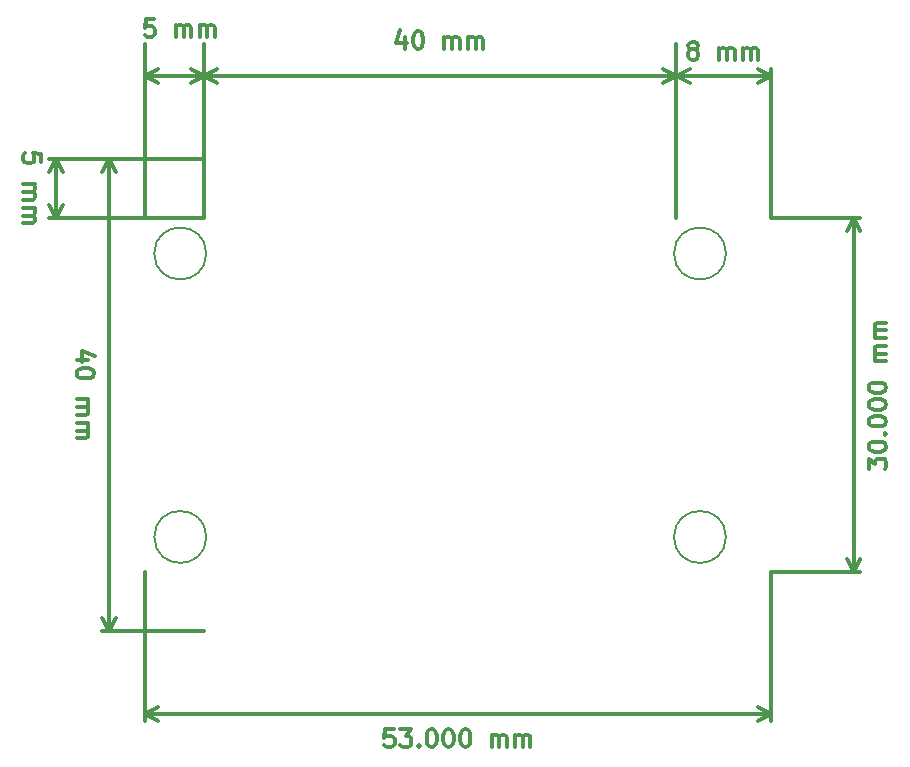
<source format=gbr>
G04 #@! TF.GenerationSoftware,KiCad,Pcbnew,(5.1.4)-1*
G04 #@! TF.CreationDate,2020-06-25T21:55:37-04:00*
G04 #@! TF.ProjectId,Dash_Warning_Panel,44617368-5f57-4617-926e-696e675f5061,rev?*
G04 #@! TF.SameCoordinates,Original*
G04 #@! TF.FileFunction,Other,Comment*
%FSLAX46Y46*%
G04 Gerber Fmt 4.6, Leading zero omitted, Abs format (unit mm)*
G04 Created by KiCad (PCBNEW (5.1.4)-1) date 2020-06-25 21:55:37*
%MOMM*%
%LPD*%
G04 APERTURE LIST*
%ADD10C,0.300000*%
%ADD11C,0.150000*%
G04 APERTURE END LIST*
D10*
X230278571Y-134285714D02*
X230278571Y-133357142D01*
X230850000Y-133857142D01*
X230850000Y-133642857D01*
X230921428Y-133500000D01*
X230992857Y-133428571D01*
X231135714Y-133357142D01*
X231492857Y-133357142D01*
X231635714Y-133428571D01*
X231707142Y-133500000D01*
X231778571Y-133642857D01*
X231778571Y-134071428D01*
X231707142Y-134214285D01*
X231635714Y-134285714D01*
X230278571Y-132428571D02*
X230278571Y-132285714D01*
X230350000Y-132142857D01*
X230421428Y-132071428D01*
X230564285Y-132000000D01*
X230850000Y-131928571D01*
X231207142Y-131928571D01*
X231492857Y-132000000D01*
X231635714Y-132071428D01*
X231707142Y-132142857D01*
X231778571Y-132285714D01*
X231778571Y-132428571D01*
X231707142Y-132571428D01*
X231635714Y-132642857D01*
X231492857Y-132714285D01*
X231207142Y-132785714D01*
X230850000Y-132785714D01*
X230564285Y-132714285D01*
X230421428Y-132642857D01*
X230350000Y-132571428D01*
X230278571Y-132428571D01*
X231635714Y-131285714D02*
X231707142Y-131214285D01*
X231778571Y-131285714D01*
X231707142Y-131357142D01*
X231635714Y-131285714D01*
X231778571Y-131285714D01*
X230278571Y-130285714D02*
X230278571Y-130142857D01*
X230350000Y-130000000D01*
X230421428Y-129928571D01*
X230564285Y-129857142D01*
X230850000Y-129785714D01*
X231207142Y-129785714D01*
X231492857Y-129857142D01*
X231635714Y-129928571D01*
X231707142Y-130000000D01*
X231778571Y-130142857D01*
X231778571Y-130285714D01*
X231707142Y-130428571D01*
X231635714Y-130500000D01*
X231492857Y-130571428D01*
X231207142Y-130642857D01*
X230850000Y-130642857D01*
X230564285Y-130571428D01*
X230421428Y-130500000D01*
X230350000Y-130428571D01*
X230278571Y-130285714D01*
X230278571Y-128857142D02*
X230278571Y-128714285D01*
X230350000Y-128571428D01*
X230421428Y-128500000D01*
X230564285Y-128428571D01*
X230850000Y-128357142D01*
X231207142Y-128357142D01*
X231492857Y-128428571D01*
X231635714Y-128500000D01*
X231707142Y-128571428D01*
X231778571Y-128714285D01*
X231778571Y-128857142D01*
X231707142Y-129000000D01*
X231635714Y-129071428D01*
X231492857Y-129142857D01*
X231207142Y-129214285D01*
X230850000Y-129214285D01*
X230564285Y-129142857D01*
X230421428Y-129071428D01*
X230350000Y-129000000D01*
X230278571Y-128857142D01*
X230278571Y-127428571D02*
X230278571Y-127285714D01*
X230350000Y-127142857D01*
X230421428Y-127071428D01*
X230564285Y-127000000D01*
X230850000Y-126928571D01*
X231207142Y-126928571D01*
X231492857Y-127000000D01*
X231635714Y-127071428D01*
X231707142Y-127142857D01*
X231778571Y-127285714D01*
X231778571Y-127428571D01*
X231707142Y-127571428D01*
X231635714Y-127642857D01*
X231492857Y-127714285D01*
X231207142Y-127785714D01*
X230850000Y-127785714D01*
X230564285Y-127714285D01*
X230421428Y-127642857D01*
X230350000Y-127571428D01*
X230278571Y-127428571D01*
X231778571Y-125142857D02*
X230778571Y-125142857D01*
X230921428Y-125142857D02*
X230850000Y-125071428D01*
X230778571Y-124928571D01*
X230778571Y-124714285D01*
X230850000Y-124571428D01*
X230992857Y-124500000D01*
X231778571Y-124500000D01*
X230992857Y-124500000D02*
X230850000Y-124428571D01*
X230778571Y-124285714D01*
X230778571Y-124071428D01*
X230850000Y-123928571D01*
X230992857Y-123857142D01*
X231778571Y-123857142D01*
X231778571Y-123142857D02*
X230778571Y-123142857D01*
X230921428Y-123142857D02*
X230850000Y-123071428D01*
X230778571Y-122928571D01*
X230778571Y-122714285D01*
X230850000Y-122571428D01*
X230992857Y-122500000D01*
X231778571Y-122500000D01*
X230992857Y-122500000D02*
X230850000Y-122428571D01*
X230778571Y-122285714D01*
X230778571Y-122071428D01*
X230850000Y-121928571D01*
X230992857Y-121857142D01*
X231778571Y-121857142D01*
X229000000Y-143000000D02*
X229000000Y-113000000D01*
X222000000Y-143000000D02*
X229586421Y-143000000D01*
X222000000Y-113000000D02*
X229586421Y-113000000D01*
X229000000Y-113000000D02*
X229586421Y-114126504D01*
X229000000Y-113000000D02*
X228413579Y-114126504D01*
X229000000Y-143000000D02*
X229586421Y-141873496D01*
X229000000Y-143000000D02*
X228413579Y-141873496D01*
X215285714Y-98721428D02*
X215142857Y-98650000D01*
X215071428Y-98578571D01*
X215000000Y-98435714D01*
X215000000Y-98364285D01*
X215071428Y-98221428D01*
X215142857Y-98150000D01*
X215285714Y-98078571D01*
X215571428Y-98078571D01*
X215714285Y-98150000D01*
X215785714Y-98221428D01*
X215857142Y-98364285D01*
X215857142Y-98435714D01*
X215785714Y-98578571D01*
X215714285Y-98650000D01*
X215571428Y-98721428D01*
X215285714Y-98721428D01*
X215142857Y-98792857D01*
X215071428Y-98864285D01*
X215000000Y-99007142D01*
X215000000Y-99292857D01*
X215071428Y-99435714D01*
X215142857Y-99507142D01*
X215285714Y-99578571D01*
X215571428Y-99578571D01*
X215714285Y-99507142D01*
X215785714Y-99435714D01*
X215857142Y-99292857D01*
X215857142Y-99007142D01*
X215785714Y-98864285D01*
X215714285Y-98792857D01*
X215571428Y-98721428D01*
X217642857Y-99578571D02*
X217642857Y-98578571D01*
X217642857Y-98721428D02*
X217714285Y-98650000D01*
X217857142Y-98578571D01*
X218071428Y-98578571D01*
X218214285Y-98650000D01*
X218285714Y-98792857D01*
X218285714Y-99578571D01*
X218285714Y-98792857D02*
X218357142Y-98650000D01*
X218500000Y-98578571D01*
X218714285Y-98578571D01*
X218857142Y-98650000D01*
X218928571Y-98792857D01*
X218928571Y-99578571D01*
X219642857Y-99578571D02*
X219642857Y-98578571D01*
X219642857Y-98721428D02*
X219714285Y-98650000D01*
X219857142Y-98578571D01*
X220071428Y-98578571D01*
X220214285Y-98650000D01*
X220285714Y-98792857D01*
X220285714Y-99578571D01*
X220285714Y-98792857D02*
X220357142Y-98650000D01*
X220500000Y-98578571D01*
X220714285Y-98578571D01*
X220857142Y-98650000D01*
X220928571Y-98792857D01*
X220928571Y-99578571D01*
X222000000Y-101000000D02*
X214000000Y-101000000D01*
X222000000Y-113000000D02*
X222000000Y-100413579D01*
X214000000Y-113000000D02*
X214000000Y-100413579D01*
X214000000Y-101000000D02*
X215126504Y-100413579D01*
X214000000Y-101000000D02*
X215126504Y-101586421D01*
X222000000Y-101000000D02*
X220873496Y-100413579D01*
X222000000Y-101000000D02*
X220873496Y-101586421D01*
X190071428Y-156278570D02*
X189357142Y-156278570D01*
X189285714Y-156992856D01*
X189357142Y-156921427D01*
X189500000Y-156849999D01*
X189857142Y-156849999D01*
X190000000Y-156921427D01*
X190071428Y-156992856D01*
X190142857Y-157135713D01*
X190142857Y-157492856D01*
X190071428Y-157635713D01*
X190000000Y-157707141D01*
X189857142Y-157778570D01*
X189500000Y-157778570D01*
X189357142Y-157707141D01*
X189285714Y-157635713D01*
X190642857Y-156278570D02*
X191571428Y-156278570D01*
X191071428Y-156849999D01*
X191285714Y-156849999D01*
X191428571Y-156921427D01*
X191500000Y-156992856D01*
X191571428Y-157135713D01*
X191571428Y-157492856D01*
X191500000Y-157635713D01*
X191428571Y-157707141D01*
X191285714Y-157778570D01*
X190857142Y-157778570D01*
X190714285Y-157707141D01*
X190642857Y-157635713D01*
X192214285Y-157635713D02*
X192285714Y-157707141D01*
X192214285Y-157778570D01*
X192142857Y-157707141D01*
X192214285Y-157635713D01*
X192214285Y-157778570D01*
X193214285Y-156278570D02*
X193357142Y-156278570D01*
X193500000Y-156349999D01*
X193571428Y-156421427D01*
X193642857Y-156564284D01*
X193714285Y-156849999D01*
X193714285Y-157207141D01*
X193642857Y-157492856D01*
X193571428Y-157635713D01*
X193500000Y-157707141D01*
X193357142Y-157778570D01*
X193214285Y-157778570D01*
X193071428Y-157707141D01*
X193000000Y-157635713D01*
X192928571Y-157492856D01*
X192857142Y-157207141D01*
X192857142Y-156849999D01*
X192928571Y-156564284D01*
X193000000Y-156421427D01*
X193071428Y-156349999D01*
X193214285Y-156278570D01*
X194642857Y-156278570D02*
X194785714Y-156278570D01*
X194928571Y-156349999D01*
X195000000Y-156421427D01*
X195071428Y-156564284D01*
X195142857Y-156849999D01*
X195142857Y-157207141D01*
X195071428Y-157492856D01*
X195000000Y-157635713D01*
X194928571Y-157707141D01*
X194785714Y-157778570D01*
X194642857Y-157778570D01*
X194500000Y-157707141D01*
X194428571Y-157635713D01*
X194357142Y-157492856D01*
X194285714Y-157207141D01*
X194285714Y-156849999D01*
X194357142Y-156564284D01*
X194428571Y-156421427D01*
X194500000Y-156349999D01*
X194642857Y-156278570D01*
X196071428Y-156278570D02*
X196214285Y-156278570D01*
X196357142Y-156349999D01*
X196428571Y-156421427D01*
X196500000Y-156564284D01*
X196571428Y-156849999D01*
X196571428Y-157207141D01*
X196500000Y-157492856D01*
X196428571Y-157635713D01*
X196357142Y-157707141D01*
X196214285Y-157778570D01*
X196071428Y-157778570D01*
X195928571Y-157707141D01*
X195857142Y-157635713D01*
X195785714Y-157492856D01*
X195714285Y-157207141D01*
X195714285Y-156849999D01*
X195785714Y-156564284D01*
X195857142Y-156421427D01*
X195928571Y-156349999D01*
X196071428Y-156278570D01*
X198357142Y-157778570D02*
X198357142Y-156778570D01*
X198357142Y-156921427D02*
X198428571Y-156849999D01*
X198571428Y-156778570D01*
X198785714Y-156778570D01*
X198928571Y-156849999D01*
X199000000Y-156992856D01*
X199000000Y-157778570D01*
X199000000Y-156992856D02*
X199071428Y-156849999D01*
X199214285Y-156778570D01*
X199428571Y-156778570D01*
X199571428Y-156849999D01*
X199642857Y-156992856D01*
X199642857Y-157778570D01*
X200357142Y-157778570D02*
X200357142Y-156778570D01*
X200357142Y-156921427D02*
X200428571Y-156849999D01*
X200571428Y-156778570D01*
X200785714Y-156778570D01*
X200928571Y-156849999D01*
X201000000Y-156992856D01*
X201000000Y-157778570D01*
X201000000Y-156992856D02*
X201071428Y-156849999D01*
X201214285Y-156778570D01*
X201428571Y-156778570D01*
X201571428Y-156849999D01*
X201642857Y-156992856D01*
X201642857Y-157778570D01*
X169000000Y-154999999D02*
X222000000Y-154999999D01*
X169000000Y-143000000D02*
X169000000Y-155586420D01*
X222000000Y-143000000D02*
X222000000Y-155586420D01*
X222000000Y-154999999D02*
X220873496Y-155586420D01*
X222000000Y-154999999D02*
X220873496Y-154413578D01*
X169000000Y-154999999D02*
X170126504Y-155586420D01*
X169000000Y-154999999D02*
X170126504Y-154413578D01*
X169785714Y-96178571D02*
X169071428Y-96178571D01*
X169000000Y-96892857D01*
X169071428Y-96821428D01*
X169214285Y-96750000D01*
X169571428Y-96750000D01*
X169714285Y-96821428D01*
X169785714Y-96892857D01*
X169857142Y-97035714D01*
X169857142Y-97392857D01*
X169785714Y-97535714D01*
X169714285Y-97607142D01*
X169571428Y-97678571D01*
X169214285Y-97678571D01*
X169071428Y-97607142D01*
X169000000Y-97535714D01*
X171642857Y-97678571D02*
X171642857Y-96678571D01*
X171642857Y-96821428D02*
X171714285Y-96750000D01*
X171857142Y-96678571D01*
X172071428Y-96678571D01*
X172214285Y-96750000D01*
X172285714Y-96892857D01*
X172285714Y-97678571D01*
X172285714Y-96892857D02*
X172357142Y-96750000D01*
X172500000Y-96678571D01*
X172714285Y-96678571D01*
X172857142Y-96750000D01*
X172928571Y-96892857D01*
X172928571Y-97678571D01*
X173642857Y-97678571D02*
X173642857Y-96678571D01*
X173642857Y-96821428D02*
X173714285Y-96750000D01*
X173857142Y-96678571D01*
X174071428Y-96678571D01*
X174214285Y-96750000D01*
X174285714Y-96892857D01*
X174285714Y-97678571D01*
X174285714Y-96892857D02*
X174357142Y-96750000D01*
X174500000Y-96678571D01*
X174714285Y-96678571D01*
X174857142Y-96750000D01*
X174928571Y-96892857D01*
X174928571Y-97678571D01*
X174000000Y-101000000D02*
X169000000Y-101000000D01*
X174000000Y-113000000D02*
X174000000Y-98300000D01*
X169000000Y-113000000D02*
X169000000Y-98300000D01*
X169000000Y-101000000D02*
X170126504Y-100413579D01*
X169000000Y-101000000D02*
X170126504Y-101586421D01*
X174000000Y-101000000D02*
X172873496Y-100413579D01*
X174000000Y-101000000D02*
X172873496Y-101586421D01*
X191000000Y-97678571D02*
X191000000Y-98678571D01*
X190642857Y-97107142D02*
X190285714Y-98178571D01*
X191214285Y-98178571D01*
X192071428Y-97178571D02*
X192214285Y-97178571D01*
X192357142Y-97250000D01*
X192428571Y-97321428D01*
X192500000Y-97464285D01*
X192571428Y-97750000D01*
X192571428Y-98107142D01*
X192500000Y-98392857D01*
X192428571Y-98535714D01*
X192357142Y-98607142D01*
X192214285Y-98678571D01*
X192071428Y-98678571D01*
X191928571Y-98607142D01*
X191857142Y-98535714D01*
X191785714Y-98392857D01*
X191714285Y-98107142D01*
X191714285Y-97750000D01*
X191785714Y-97464285D01*
X191857142Y-97321428D01*
X191928571Y-97250000D01*
X192071428Y-97178571D01*
X194357142Y-98678571D02*
X194357142Y-97678571D01*
X194357142Y-97821428D02*
X194428571Y-97750000D01*
X194571428Y-97678571D01*
X194785714Y-97678571D01*
X194928571Y-97750000D01*
X195000000Y-97892857D01*
X195000000Y-98678571D01*
X195000000Y-97892857D02*
X195071428Y-97750000D01*
X195214285Y-97678571D01*
X195428571Y-97678571D01*
X195571428Y-97750000D01*
X195642857Y-97892857D01*
X195642857Y-98678571D01*
X196357142Y-98678571D02*
X196357142Y-97678571D01*
X196357142Y-97821428D02*
X196428571Y-97750000D01*
X196571428Y-97678571D01*
X196785714Y-97678571D01*
X196928571Y-97750000D01*
X197000000Y-97892857D01*
X197000000Y-98678571D01*
X197000000Y-97892857D02*
X197071428Y-97750000D01*
X197214285Y-97678571D01*
X197428571Y-97678571D01*
X197571428Y-97750000D01*
X197642857Y-97892857D01*
X197642857Y-98678571D01*
X214000000Y-101000000D02*
X174000000Y-101000000D01*
X214000000Y-108000000D02*
X214000000Y-98300000D01*
X174000000Y-108000000D02*
X174000000Y-98300000D01*
X174000000Y-101000000D02*
X175126504Y-100413579D01*
X174000000Y-101000000D02*
X175126504Y-101586421D01*
X214000000Y-101000000D02*
X212873496Y-100413579D01*
X214000000Y-101000000D02*
X212873496Y-101586421D01*
X160221428Y-108285714D02*
X160221428Y-107571428D01*
X159507142Y-107500000D01*
X159578571Y-107571428D01*
X159650000Y-107714285D01*
X159650000Y-108071428D01*
X159578571Y-108214285D01*
X159507142Y-108285714D01*
X159364285Y-108357142D01*
X159007142Y-108357142D01*
X158864285Y-108285714D01*
X158792857Y-108214285D01*
X158721428Y-108071428D01*
X158721428Y-107714285D01*
X158792857Y-107571428D01*
X158864285Y-107500000D01*
X158721428Y-110142857D02*
X159721428Y-110142857D01*
X159578571Y-110142857D02*
X159650000Y-110214285D01*
X159721428Y-110357142D01*
X159721428Y-110571428D01*
X159650000Y-110714285D01*
X159507142Y-110785714D01*
X158721428Y-110785714D01*
X159507142Y-110785714D02*
X159650000Y-110857142D01*
X159721428Y-111000000D01*
X159721428Y-111214285D01*
X159650000Y-111357142D01*
X159507142Y-111428571D01*
X158721428Y-111428571D01*
X158721428Y-112142857D02*
X159721428Y-112142857D01*
X159578571Y-112142857D02*
X159650000Y-112214285D01*
X159721428Y-112357142D01*
X159721428Y-112571428D01*
X159650000Y-112714285D01*
X159507142Y-112785714D01*
X158721428Y-112785714D01*
X159507142Y-112785714D02*
X159650000Y-112857142D01*
X159721428Y-113000000D01*
X159721428Y-113214285D01*
X159650000Y-113357142D01*
X159507142Y-113428571D01*
X158721428Y-113428571D01*
X161500000Y-108000000D02*
X161500000Y-113000000D01*
X174000000Y-108000000D02*
X160913579Y-108000000D01*
X174000000Y-113000000D02*
X160913579Y-113000000D01*
X161500000Y-113000000D02*
X160913579Y-111873496D01*
X161500000Y-113000000D02*
X162086421Y-111873496D01*
X161500000Y-108000000D02*
X160913579Y-109126504D01*
X161500000Y-108000000D02*
X162086421Y-109126504D01*
X164221428Y-125000000D02*
X163221428Y-125000000D01*
X164792857Y-124642857D02*
X163721428Y-124285714D01*
X163721428Y-125214285D01*
X164721428Y-126071428D02*
X164721428Y-126214285D01*
X164650000Y-126357142D01*
X164578571Y-126428571D01*
X164435714Y-126500000D01*
X164150000Y-126571428D01*
X163792857Y-126571428D01*
X163507142Y-126500000D01*
X163364285Y-126428571D01*
X163292857Y-126357142D01*
X163221428Y-126214285D01*
X163221428Y-126071428D01*
X163292857Y-125928571D01*
X163364285Y-125857142D01*
X163507142Y-125785714D01*
X163792857Y-125714285D01*
X164150000Y-125714285D01*
X164435714Y-125785714D01*
X164578571Y-125857142D01*
X164650000Y-125928571D01*
X164721428Y-126071428D01*
X163221428Y-128357142D02*
X164221428Y-128357142D01*
X164078571Y-128357142D02*
X164150000Y-128428571D01*
X164221428Y-128571428D01*
X164221428Y-128785714D01*
X164150000Y-128928571D01*
X164007142Y-129000000D01*
X163221428Y-129000000D01*
X164007142Y-129000000D02*
X164150000Y-129071428D01*
X164221428Y-129214285D01*
X164221428Y-129428571D01*
X164150000Y-129571428D01*
X164007142Y-129642857D01*
X163221428Y-129642857D01*
X163221428Y-130357142D02*
X164221428Y-130357142D01*
X164078571Y-130357142D02*
X164150000Y-130428571D01*
X164221428Y-130571428D01*
X164221428Y-130785714D01*
X164150000Y-130928571D01*
X164007142Y-131000000D01*
X163221428Y-131000000D01*
X164007142Y-131000000D02*
X164150000Y-131071428D01*
X164221428Y-131214285D01*
X164221428Y-131428571D01*
X164150000Y-131571428D01*
X164007142Y-131642857D01*
X163221428Y-131642857D01*
X166000000Y-108000000D02*
X166000000Y-148000000D01*
X174000000Y-108000000D02*
X165413579Y-108000000D01*
X174000000Y-148000000D02*
X165413579Y-148000000D01*
X166000000Y-148000000D02*
X165413579Y-146873496D01*
X166000000Y-148000000D02*
X166586421Y-146873496D01*
X166000000Y-108000000D02*
X165413579Y-109126504D01*
X166000000Y-108000000D02*
X166586421Y-109126504D01*
D11*
X218200000Y-116000000D02*
G75*
G03X218200000Y-116000000I-2200000J0D01*
G01*
X174200000Y-116000000D02*
G75*
G03X174200000Y-116000000I-2200000J0D01*
G01*
X218200000Y-140000000D02*
G75*
G03X218200000Y-140000000I-2200000J0D01*
G01*
X174200000Y-140000000D02*
G75*
G03X174200000Y-140000000I-2200000J0D01*
G01*
M02*

</source>
